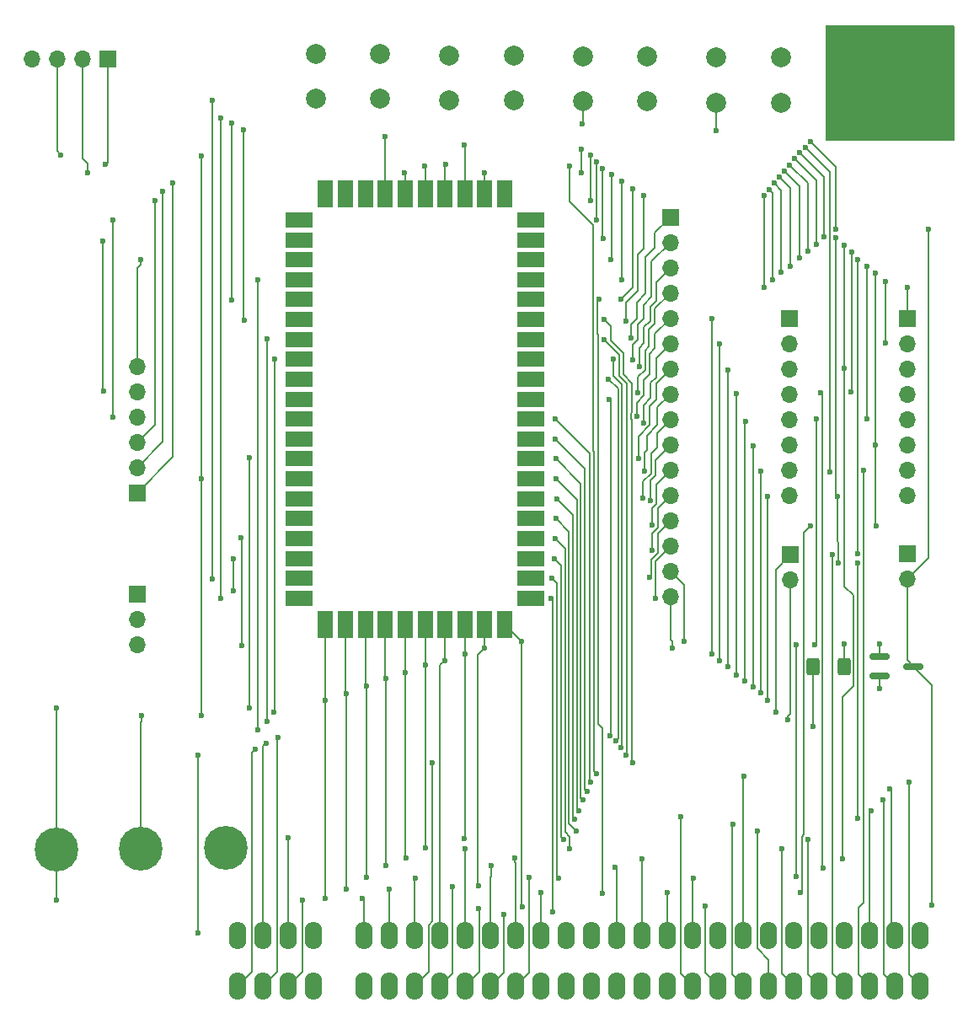
<source format=gtl>
%TF.GenerationSoftware,KiCad,Pcbnew,8.0.6-8.0.6-0~ubuntu22.04.1*%
%TF.CreationDate,2024-11-29T09:40:30+00:00*%
%TF.ProjectId,zx-spectrum-pico-dma,7a782d73-7065-4637-9472-756d2d706963,rev?*%
%TF.SameCoordinates,Original*%
%TF.FileFunction,Copper,L1,Top*%
%TF.FilePolarity,Positive*%
%FSLAX46Y46*%
G04 Gerber Fmt 4.6, Leading zero omitted, Abs format (unit mm)*
G04 Created by KiCad (PCBNEW 8.0.6-8.0.6-0~ubuntu22.04.1) date 2024-11-29 09:40:30*
%MOMM*%
%LPD*%
G01*
G04 APERTURE LIST*
G04 Aperture macros list*
%AMRoundRect*
0 Rectangle with rounded corners*
0 $1 Rounding radius*
0 $2 $3 $4 $5 $6 $7 $8 $9 X,Y pos of 4 corners*
0 Add a 4 corners polygon primitive as box body*
4,1,4,$2,$3,$4,$5,$6,$7,$8,$9,$2,$3,0*
0 Add four circle primitives for the rounded corners*
1,1,$1+$1,$2,$3*
1,1,$1+$1,$4,$5*
1,1,$1+$1,$6,$7*
1,1,$1+$1,$8,$9*
0 Add four rect primitives between the rounded corners*
20,1,$1+$1,$2,$3,$4,$5,0*
20,1,$1+$1,$4,$5,$6,$7,0*
20,1,$1+$1,$6,$7,$8,$9,0*
20,1,$1+$1,$8,$9,$2,$3,0*%
G04 Aperture macros list end*
%TA.AperFunction,ComponentPad*%
%ADD10R,1.700000X1.700000*%
%TD*%
%TA.AperFunction,ComponentPad*%
%ADD11O,1.700000X1.700000*%
%TD*%
%TA.AperFunction,ComponentPad*%
%ADD12C,2.000000*%
%TD*%
%TA.AperFunction,SMDPad,CuDef*%
%ADD13RoundRect,0.250000X-0.400000X-0.625000X0.400000X-0.625000X0.400000X0.625000X-0.400000X0.625000X0*%
%TD*%
%TA.AperFunction,SMDPad,CuDef*%
%ADD14RoundRect,0.162500X-0.837500X-0.162500X0.837500X-0.162500X0.837500X0.162500X-0.837500X0.162500X0*%
%TD*%
%TA.AperFunction,ComponentPad*%
%ADD15C,4.400000*%
%TD*%
%TA.AperFunction,SMDPad,CuDef*%
%ADD16R,1.500000X2.800000*%
%TD*%
%TA.AperFunction,ComponentPad*%
%ADD17C,1.350000*%
%TD*%
%TA.AperFunction,ComponentPad*%
%ADD18O,1.350000X1.350000*%
%TD*%
%TA.AperFunction,SMDPad,CuDef*%
%ADD19R,2.800000X1.500000*%
%TD*%
%TA.AperFunction,ComponentPad*%
%ADD20O,1.727200X2.800000*%
%TD*%
%TA.AperFunction,ViaPad*%
%ADD21C,0.600000*%
%TD*%
%TA.AperFunction,Conductor*%
%ADD22C,0.200000*%
%TD*%
G04 APERTURE END LIST*
D10*
%TO.P,J108,1,Pin_1*%
%TO.N,/GPIO37*%
X67100000Y-100525000D03*
D11*
%TO.P,J108,2,Pin_2*%
%TO.N,/GPIO38*%
X67100000Y-97985000D03*
%TO.P,J108,3,Pin_3*%
%TO.N,/GPIO39*%
X67100000Y-95445000D03*
%TO.P,J108,4,Pin_4*%
%TO.N,/GPIO40*%
X67100000Y-92905000D03*
%TO.P,J108,5,Pin_5*%
%TO.N,/GPIO41*%
X67100000Y-90365000D03*
%TO.P,J108,6,Pin_6*%
%TO.N,/GPIO42*%
X67100000Y-87825000D03*
%TD*%
D10*
%TO.P,J105,1,Pin_1*%
%TO.N,ZXCLK*%
X144550000Y-83020000D03*
D11*
%TO.P,J105,2,Pin_2*%
%TO.N,ZXINT*%
X144550000Y-85560000D03*
%TO.P,J105,3,Pin_3*%
%TO.N,ZXIORQ*%
X144550000Y-88100000D03*
%TO.P,J105,4,Pin_4*%
%TO.N,ZXMREQ*%
X144550000Y-90640000D03*
%TO.P,J105,5,Pin_5*%
%TO.N,ZXWR*%
X144550000Y-93180000D03*
%TO.P,J105,6,Pin_6*%
%TO.N,ZXRD*%
X144550000Y-95720000D03*
%TO.P,J105,7,Pin_7*%
%TO.N,ZXBUSACK*%
X144550000Y-98260000D03*
%TO.P,J105,8,Pin_8*%
%TO.N,ZXBUSRQ*%
X144550000Y-100800000D03*
%TD*%
D12*
%TO.P,SW104,2,B*%
%TO.N,/BTN_USR2*%
X131800000Y-61299998D03*
X125300000Y-61299998D03*
%TO.P,SW104,1,A*%
%TO.N,GND*%
X131800000Y-56799998D03*
X125300000Y-56799998D03*
%TD*%
%TO.P,SW103,2,B*%
%TO.N,/BTN_USR1*%
X118383332Y-61183332D03*
X111883332Y-61183332D03*
%TO.P,SW103,1,A*%
%TO.N,GND*%
X118383332Y-56683332D03*
X111883332Y-56683332D03*
%TD*%
%TO.P,SW102,2,B*%
%TO.N,/BOOTSEL*%
X104966666Y-61066666D03*
X98466666Y-61066666D03*
%TO.P,SW102,1,A*%
%TO.N,GND*%
X104966666Y-56566666D03*
X98466666Y-56566666D03*
%TD*%
%TO.P,SW101,2,B*%
%TO.N,/~{RESET}*%
X91550000Y-60950000D03*
X85050000Y-60950000D03*
%TO.P,SW101,1,A*%
%TO.N,GND*%
X91550000Y-56450000D03*
X85050000Y-56450000D03*
%TD*%
D13*
%TO.P,R101,2*%
%TO.N,Net-(Q101-B)*%
X138150000Y-118000000D03*
%TO.P,R101,1*%
%TO.N,/RESET_Z80*%
X135050000Y-118000000D03*
%TD*%
D14*
%TO.P,Q101,3,C*%
%TO.N,ZXRESET*%
X145120000Y-117950000D03*
%TO.P,Q101,2,E*%
%TO.N,GND*%
X141700000Y-118900000D03*
%TO.P,Q101,1,B*%
%TO.N,Net-(Q101-B)*%
X141700000Y-117000000D03*
%TD*%
D11*
%TO.P,J107,4,Pin_4*%
%TO.N,GND*%
X56520000Y-56950000D03*
%TO.P,J107,3,Pin_3*%
%TO.N,+3V3*%
X59060000Y-56950000D03*
%TO.P,J107,2,Pin_2*%
%TO.N,/I2C1_SCL*%
X61600000Y-56950000D03*
D10*
%TO.P,J107,1,Pin_1*%
%TO.N,/I2C1_SDA*%
X64140000Y-56950000D03*
%TD*%
D11*
%TO.P,J106,2,Pin_2*%
%TO.N,ZXRESET*%
X144500000Y-109200000D03*
D10*
%TO.P,J106,1,Pin_1*%
%TO.N,ZXROMCS*%
X144500000Y-106660000D03*
%TD*%
%TO.P,J104,1,Pin_1*%
%TO.N,ZXA15*%
X120700000Y-72850000D03*
D11*
%TO.P,J104,2,Pin_2*%
%TO.N,ZXA14*%
X120700000Y-75390000D03*
%TO.P,J104,3,Pin_3*%
%TO.N,ZXA13*%
X120700000Y-77930000D03*
%TO.P,J104,4,Pin_4*%
%TO.N,ZXA12*%
X120700000Y-80470000D03*
%TO.P,J104,5,Pin_5*%
%TO.N,ZXA11*%
X120700000Y-83010000D03*
%TO.P,J104,6,Pin_6*%
%TO.N,ZXA10*%
X120700000Y-85550000D03*
%TO.P,J104,7,Pin_7*%
%TO.N,ZXA9*%
X120700000Y-88090000D03*
%TO.P,J104,8,Pin_8*%
%TO.N,ZXA8*%
X120700000Y-90630000D03*
%TO.P,J104,9,Pin_9*%
%TO.N,ZXA7*%
X120700000Y-93170000D03*
%TO.P,J104,10,Pin_10*%
%TO.N,ZXA6*%
X120700000Y-95710000D03*
%TO.P,J104,11,Pin_11*%
%TO.N,ZXA5*%
X120700000Y-98250000D03*
%TO.P,J104,12,Pin_12*%
%TO.N,ZXA4*%
X120700000Y-100790000D03*
%TO.P,J104,13,Pin_13*%
%TO.N,ZXA3*%
X120700000Y-103330000D03*
%TO.P,J104,14,Pin_14*%
%TO.N,ZXA2*%
X120700000Y-105870000D03*
%TO.P,J104,15,Pin_15*%
%TO.N,ZXA1*%
X120700000Y-108410000D03*
%TO.P,J104,16,Pin_16*%
%TO.N,ZXA0*%
X120700000Y-110950000D03*
%TD*%
D10*
%TO.P,J103,1,Pin_1*%
%TO.N,ZXD7*%
X132700000Y-83030000D03*
D11*
%TO.P,J103,2,Pin_2*%
%TO.N,ZXD6*%
X132700000Y-85570000D03*
%TO.P,J103,3,Pin_3*%
%TO.N,ZXD5*%
X132700000Y-88110000D03*
%TO.P,J103,4,Pin_4*%
%TO.N,ZXD4*%
X132700000Y-90650000D03*
%TO.P,J103,5,Pin_5*%
%TO.N,ZXD3*%
X132700000Y-93190000D03*
%TO.P,J103,6,Pin_6*%
%TO.N,ZXD2*%
X132700000Y-95730000D03*
%TO.P,J103,7,Pin_7*%
%TO.N,ZXD1*%
X132700000Y-98270000D03*
%TO.P,J103,8,Pin_8*%
%TO.N,ZXD0*%
X132700000Y-100810000D03*
%TD*%
%TO.P,J102,2,Pin_2*%
%TO.N,/BLIPPER1*%
X132750000Y-109300000D03*
D10*
%TO.P,J102,1,Pin_1*%
%TO.N,/BLIPPER2*%
X132750000Y-106760000D03*
%TD*%
D11*
%TO.P,J101,3,Pin_3*%
%TO.N,/SWDIO*%
X67100000Y-115800000D03*
%TO.P,J101,2,Pin_2*%
%TO.N,GND*%
X67100000Y-113260000D03*
D10*
%TO.P,J101,1,Pin_1*%
%TO.N,/SWCLK*%
X67100000Y-110720000D03*
%TD*%
D15*
%TO.P,H103,1,1*%
%TO.N,GND*%
X76025000Y-136150000D03*
%TD*%
%TO.P,H102,1,1*%
%TO.N,+3V3*%
X67500000Y-136250000D03*
%TD*%
%TO.P,H101,1,1*%
%TO.N,+5V*%
X58975000Y-136350000D03*
%TD*%
D16*
%TO.P,U101,1,GPIO0*%
%TO.N,ZXD0*%
X86050000Y-113750000D03*
D17*
X86050000Y-113100000D03*
D16*
%TO.P,U101,2,GPIO1*%
%TO.N,ZXD1*%
X88050000Y-113750000D03*
D18*
X88050000Y-113100000D03*
D16*
%TO.P,U101,3,GPIO2*%
%TO.N,ZXD2*%
X90050000Y-113750000D03*
D18*
X90050000Y-113100000D03*
D16*
%TO.P,U101,4,GPIO3*%
%TO.N,ZXD3*%
X92050000Y-113750000D03*
D18*
X92050000Y-113100000D03*
D16*
%TO.P,U101,5,GPIO4*%
%TO.N,ZXD4*%
X94050000Y-113750000D03*
D18*
X94050000Y-113100000D03*
D16*
%TO.P,U101,6,GPIO5*%
%TO.N,ZXD5*%
X96050000Y-113750000D03*
D18*
X96050000Y-113100000D03*
D16*
%TO.P,U101,7,GPIO6*%
%TO.N,ZXD6*%
X98050000Y-113750000D03*
D18*
X98050000Y-113100000D03*
D16*
%TO.P,U101,8,GPIO7*%
%TO.N,ZXD7*%
X100050000Y-113750000D03*
D18*
X100050000Y-113100000D03*
D16*
%TO.P,U101,9,GPIO8*%
%TO.N,ZXA0*%
X102050000Y-113750000D03*
D18*
X102050000Y-113100000D03*
D16*
%TO.P,U101,10,GPIO9*%
%TO.N,ZXA1*%
X104050000Y-113750000D03*
D18*
X104050000Y-113100000D03*
%TO.P,U101,11,GPIO10*%
%TO.N,ZXA2*%
X106050000Y-111100000D03*
D19*
X106700000Y-111100000D03*
D18*
%TO.P,U101,12,GPIO11*%
%TO.N,ZXA3*%
X106050000Y-109100000D03*
D19*
X106700000Y-109100000D03*
D18*
%TO.P,U101,13,GPIO12*%
%TO.N,ZXA4*%
X106050000Y-107100000D03*
D19*
X106700000Y-107100000D03*
D18*
%TO.P,U101,14,GPIO13*%
%TO.N,ZXA5*%
X106050000Y-105100000D03*
D19*
X106700000Y-105100000D03*
D18*
%TO.P,U101,15,GPIO14*%
%TO.N,ZXA6*%
X106050000Y-103100000D03*
D19*
X106700000Y-103100000D03*
D18*
%TO.P,U101,16,GPIO15*%
%TO.N,ZXA7*%
X106050000Y-101100000D03*
D19*
X106700000Y-101100000D03*
D18*
%TO.P,U101,17,GPIO16*%
%TO.N,ZXA8*%
X106050000Y-99100000D03*
D19*
X106700000Y-99100000D03*
D18*
%TO.P,U101,18,GPIO17*%
%TO.N,ZXA9*%
X106050000Y-97100000D03*
D19*
X106700000Y-97100000D03*
D18*
%TO.P,U101,19,GPIO18*%
%TO.N,ZXA10*%
X106050000Y-95100000D03*
D19*
X106700000Y-95100000D03*
D18*
%TO.P,U101,20,GPIO19*%
%TO.N,ZXA11*%
X106050000Y-93100000D03*
D19*
X106700000Y-93100000D03*
D18*
%TO.P,U101,21,GPIO20*%
%TO.N,ZXA12*%
X106050000Y-91100000D03*
D19*
X106700000Y-91100000D03*
D18*
%TO.P,U101,22,GPIO21*%
%TO.N,ZXA13*%
X106050000Y-89100000D03*
D19*
X106700000Y-89100000D03*
D18*
%TO.P,U101,23,GPIO22*%
%TO.N,ZXA14*%
X106050000Y-87100000D03*
D19*
X106700000Y-87100000D03*
D18*
%TO.P,U101,24,GPIO23*%
%TO.N,ZXA15*%
X106050000Y-85100000D03*
D19*
X106700000Y-85100000D03*
D18*
%TO.P,U101,25,GPIO24*%
%TO.N,ZXCLK*%
X106050000Y-83100000D03*
D19*
X106700000Y-83100000D03*
D18*
%TO.P,U101,26,GPIO25*%
%TO.N,ZXINT*%
X106050000Y-81100000D03*
D19*
X106700000Y-81100000D03*
D18*
%TO.P,U101,27,GPIO26*%
%TO.N,ZXRD*%
X106050000Y-79100000D03*
D19*
X106700000Y-79100000D03*
D18*
%TO.P,U101,28,GPIO27*%
%TO.N,ZXWR*%
X106050000Y-77100000D03*
D19*
X106700000Y-77100000D03*
D18*
%TO.P,U101,29,GPIO28*%
%TO.N,ZXROMCS*%
X106050000Y-75100000D03*
D19*
X106700000Y-75100000D03*
D18*
%TO.P,U101,30,GPIO29*%
%TO.N,ZXMREQ*%
X106050000Y-73100000D03*
D19*
X106700000Y-73100000D03*
%TO.P,U101,31,GND*%
%TO.N,GND*%
X83400000Y-93100000D03*
D18*
X84050000Y-93100000D03*
D19*
%TO.P,U101,32,VBAT*%
%TO.N,unconnected-(U101A-VBAT-Pad32)*%
X83400000Y-95100000D03*
D18*
%TO.N,unconnected-(U101A-VBAT-Pad32)_1*%
X84050000Y-95100000D03*
D19*
%TO.P,U101,33,5V*%
%TO.N,+5V*%
X83400000Y-97100000D03*
D18*
X84050000Y-97100000D03*
D19*
%TO.P,U101,34,3.3V*%
%TO.N,+3V3*%
X83400000Y-99100000D03*
D18*
X84050000Y-99100000D03*
D19*
%TO.P,U101,35,USB_D-*%
%TO.N,unconnected-(U101A-USB_D--Pad35)_1*%
X83400000Y-101100000D03*
D18*
%TO.N,unconnected-(U101A-USB_D--Pad35)*%
X84050000Y-101100000D03*
D19*
%TO.P,U101,36,USB_D+*%
%TO.N,unconnected-(U101A-USB_D+-Pad36)_1*%
X83400000Y-103100000D03*
D18*
%TO.N,unconnected-(U101A-USB_D+-Pad36)*%
X84050000Y-103100000D03*
D19*
%TO.P,U101,37,SWDIO*%
%TO.N,/SWDIO*%
X83400000Y-105100000D03*
D18*
X84050000Y-105100000D03*
D19*
%TO.P,U101,38,SWCLK*%
%TO.N,/SWCLK*%
X83400000Y-107100000D03*
D18*
X84050000Y-107100000D03*
D19*
%TO.P,U101,39,~{RESET}*%
%TO.N,/~{RESET}*%
X83400000Y-109100000D03*
D18*
X84050000Y-109100000D03*
D19*
%TO.P,U101,40,BOOTSEL*%
%TO.N,/BOOTSEL*%
X83400000Y-111100000D03*
D18*
X84050000Y-111100000D03*
%TO.P,U101,41,GPIO30*%
%TO.N,ZXIORQ*%
X104050000Y-71100000D03*
D16*
X104050000Y-70450000D03*
D18*
%TO.P,U101,42,GPIO31*%
%TO.N,ZXBUSRQ*%
X102050000Y-71100000D03*
D16*
X102050000Y-70450000D03*
D18*
%TO.P,U101,43,GPIO32*%
%TO.N,ZXBUSACK*%
X100050000Y-71100000D03*
D16*
X100050000Y-70450000D03*
D18*
%TO.P,U101,44,GPIO33*%
%TO.N,ZXWAIT*%
X98050000Y-71100000D03*
D16*
X98050000Y-70450000D03*
D18*
%TO.P,U101,45,GPIO34*%
%TO.N,/I2C1_SDA*%
X96050000Y-71100000D03*
D16*
X96050000Y-70450000D03*
D18*
%TO.P,U101,46,GPIO35*%
%TO.N,/I2C1_SCL*%
X94050000Y-71100000D03*
D16*
X94050000Y-70450000D03*
D18*
%TO.P,U101,47,GPIO36*%
%TO.N,ZXRESET*%
X92050000Y-71100000D03*
D16*
X92050000Y-70450000D03*
D18*
%TO.P,U101,48,GPIO37*%
%TO.N,/GPIO37*%
X90050000Y-71100000D03*
D16*
X90050000Y-70450000D03*
D18*
%TO.P,U101,49,GPIO38*%
%TO.N,/GPIO38*%
X88050000Y-71100000D03*
D16*
X88050000Y-70450000D03*
D18*
%TO.P,U101,50,GPIO39*%
%TO.N,/GPIO39*%
X86050000Y-71100000D03*
D16*
X86050000Y-70450000D03*
D19*
%TO.P,U101,51,GPIO40*%
%TO.N,/GPIO40*%
X83400000Y-73100000D03*
D18*
X84050000Y-73100000D03*
D19*
%TO.P,U101,52,GPIO41*%
%TO.N,/GPIO41*%
X83400000Y-75100000D03*
D18*
X84050000Y-75100000D03*
D19*
%TO.P,U101,53,GPIO42*%
%TO.N,/GPIO42*%
X83400000Y-77100000D03*
D18*
X84050000Y-77100000D03*
D19*
%TO.P,U101,54,GPIO43*%
%TO.N,/RESET_Z80*%
X83400000Y-79100000D03*
D18*
X84050000Y-79100000D03*
D19*
%TO.P,U101,55,GPIO44*%
%TO.N,/BTN_USR1*%
X83400000Y-81100000D03*
D18*
X84050000Y-81100000D03*
D19*
%TO.P,U101,56,GPIO45*%
%TO.N,/BTN_USR2*%
X83400000Y-83100000D03*
D18*
X84050000Y-83100000D03*
D19*
%TO.P,U101,57,GPIO46*%
%TO.N,/BLIPPER1*%
X83400000Y-85100000D03*
D18*
X84050000Y-85100000D03*
D19*
%TO.P,U101,58,GPIO47*%
%TO.N,/BLIPPER2*%
X83400000Y-87100000D03*
D18*
X84050000Y-87100000D03*
D19*
%TO.P,U101,59,BAT_STAT*%
%TO.N,unconnected-(U101A-BAT_STAT-Pad59)_1*%
X83400000Y-89100000D03*
D18*
%TO.N,unconnected-(U101A-BAT_STAT-Pad59)*%
X84050000Y-89100000D03*
D19*
%TO.P,U101,60,LDO_EN*%
%TO.N,unconnected-(U101A-LDO_EN-Pad60)*%
X83400000Y-91100000D03*
D18*
%TO.N,unconnected-(U101A-LDO_EN-Pad60)_1*%
X84050000Y-91100000D03*
%TD*%
D20*
%TO.P,Z101,A1,A15*%
%TO.N,ZXA15*%
X77242000Y-144948000D03*
%TO.P,Z101,A2,A13*%
%TO.N,ZXA13*%
X79782000Y-144948000D03*
%TO.P,Z101,A3,D7*%
%TO.N,ZXD7*%
X82322000Y-144948000D03*
%TO.P,Z101,A4,NC*%
%TO.N,unconnected-(Z101-NC-PadA4)*%
X84862000Y-144948000D03*
%TO.P,Z101,A6,D0*%
%TO.N,ZXD0*%
X89942000Y-144948000D03*
%TO.P,Z101,A7,D1*%
%TO.N,ZXD1*%
X92482000Y-144948000D03*
%TO.P,Z101,A8,D2*%
%TO.N,ZXD2*%
X95022000Y-144948000D03*
%TO.P,Z101,A9,D6*%
%TO.N,ZXD6*%
X97562000Y-144948000D03*
%TO.P,Z101,A10,D5*%
%TO.N,ZXD5*%
X100102000Y-144948000D03*
%TO.P,Z101,A11,D3*%
%TO.N,ZXD3*%
X102642000Y-144948000D03*
%TO.P,Z101,A12,D4*%
%TO.N,ZXD4*%
X105182000Y-144948000D03*
%TO.P,Z101,A13,~{INT}*%
%TO.N,ZXINT*%
X107722000Y-144948000D03*
%TO.P,Z101,A14,~{NMI}*%
%TO.N,unconnected-(Z101-~{NMI}-PadA14)*%
X110262000Y-144948000D03*
%TO.P,Z101,A15,~{HALT}*%
%TO.N,unconnected-(Z101-~{HALT}-PadA15)*%
X112802000Y-144948000D03*
%TO.P,Z101,A16,~{MREQ}*%
%TO.N,ZXMREQ*%
X115342000Y-144948000D03*
%TO.P,Z101,A17,~{IORQ}*%
%TO.N,ZXIORQ*%
X117882000Y-144948000D03*
%TO.P,Z101,A18,~{RD}*%
%TO.N,ZXRD*%
X120422000Y-144948000D03*
%TO.P,Z101,A19,~{WR}*%
%TO.N,ZXWR*%
X122962000Y-144948000D03*
%TO.P,Z101,A20,-5V*%
%TO.N,unconnected-(Z101--5V-PadA20)*%
X125502000Y-144948000D03*
%TO.P,Z101,A21,~{WAIT}*%
%TO.N,ZXWAIT*%
X128042000Y-144948000D03*
%TO.P,Z101,A22,+12V*%
%TO.N,unconnected-(Z101-+12V-PadA22)*%
X130582000Y-144948000D03*
%TO.P,Z101,A23,+12VAC*%
%TO.N,unconnected-(Z101-+12VAC-PadA23)*%
X133122000Y-144948000D03*
%TO.P,Z101,A24,~{M1}*%
%TO.N,unconnected-(Z101-~{M1}-PadA24)*%
X135662000Y-144948000D03*
%TO.P,Z101,A25,~{RFSH}*%
%TO.N,unconnected-(Z101-~{RFSH}-PadA25)*%
X138202000Y-144948000D03*
%TO.P,Z101,A26,A8*%
%TO.N,ZXA8*%
X140742000Y-144948000D03*
%TO.P,Z101,A27,A10*%
%TO.N,ZXA10*%
X143282000Y-144948000D03*
%TO.P,Z101,A28,NC*%
%TO.N,unconnected-(Z101-NC-PadA28)*%
X145822000Y-144948000D03*
%TO.P,Z101,B1,A14*%
%TO.N,ZXA14*%
X77242000Y-150028000D03*
%TO.P,Z101,B2,A12*%
%TO.N,ZXA12*%
X79782000Y-150028000D03*
%TO.P,Z101,B3,+5v*%
%TO.N,+5V*%
X82322000Y-150028000D03*
%TO.P,Z101,B4,+9V*%
%TO.N,unconnected-(Z101-+9V-PadB4)*%
X84862000Y-150028000D03*
%TO.P,Z101,B6,GND*%
%TO.N,GND*%
X89942000Y-150028000D03*
%TO.P,Z101,B7,GND*%
X92482000Y-150028000D03*
%TO.P,Z101,B8,CLK*%
%TO.N,ZXCLK*%
X95022000Y-150028000D03*
%TO.P,Z101,B9,A0*%
%TO.N,ZXA0*%
X97562000Y-150028000D03*
%TO.P,Z101,B10,A1*%
%TO.N,ZXA1*%
X100102000Y-150028000D03*
%TO.P,Z101,B11,A2*%
%TO.N,ZXA2*%
X102642000Y-150028000D03*
%TO.P,Z101,B12,A3*%
%TO.N,ZXA3*%
X105182000Y-150028000D03*
%TO.P,Z101,B13,~{IORQGE}*%
%TO.N,unconnected-(Z101-~{IORQGE}-PadB13)*%
X107722000Y-150028000D03*
%TO.P,Z101,B14,GND*%
%TO.N,GND*%
X110262000Y-150028000D03*
%TO.P,Z101,B15,VIDEO*%
%TO.N,unconnected-(Z101-VIDEO-PadB15)*%
X112802000Y-150028000D03*
%TO.P,Z101,B16,Y*%
%TO.N,unconnected-(Z101-Y-PadB16)*%
X115342000Y-150028000D03*
%TO.P,Z101,B17,V*%
%TO.N,unconnected-(Z101-V-PadB17)*%
X117882000Y-150028000D03*
%TO.P,Z101,B18,U*%
%TO.N,unconnected-(Z101-U-PadB18)*%
X120422000Y-150028000D03*
%TO.P,Z101,B19,~{BUSRQ}*%
%TO.N,ZXBUSRQ*%
X122962000Y-150028000D03*
%TO.P,Z101,B20,~{RESET}*%
%TO.N,ZXRESET*%
X125502000Y-150028000D03*
%TO.P,Z101,B21,A7*%
%TO.N,ZXA7*%
X128042000Y-150028000D03*
%TO.P,Z101,B22,A6*%
%TO.N,ZXA6*%
X130582000Y-150028000D03*
%TO.P,Z101,B23,A5*%
%TO.N,ZXA5*%
X133122000Y-150028000D03*
%TO.P,Z101,B24,A4*%
%TO.N,ZXA4*%
X135662000Y-150028000D03*
%TO.P,Z101,B25,~{ROMCS}*%
%TO.N,ZXROMCS*%
X138202000Y-150028000D03*
%TO.P,Z101,B26,~{BUSACK}*%
%TO.N,ZXBUSACK*%
X140742000Y-150028000D03*
%TO.P,Z101,B27,A9*%
%TO.N,ZXA9*%
X143282000Y-150028000D03*
%TO.P,Z101,B28,A11*%
%TO.N,ZXA11*%
X145822000Y-150028000D03*
%TD*%
D21*
%TO.N,+5V*%
X83698400Y-141400000D03*
%TO.N,ZXRESET*%
X124200000Y-142050000D03*
%TO.N,ZXA3*%
X106500000Y-139150000D03*
X109485600Y-139200000D03*
%TO.N,ZXA2*%
X103950000Y-142900000D03*
X108900000Y-142600000D03*
%TO.N,ZXA1*%
X101450000Y-142300000D03*
X105850000Y-142150000D03*
%TO.N,ZXA0*%
X98800000Y-140050000D03*
%TO.N,/GPIO40*%
X64650000Y-92950000D03*
X64650000Y-73100000D03*
%TO.N,/GPIO41*%
X63700000Y-90300000D03*
X63650000Y-75200000D03*
%TO.N,/GPIO42*%
X67450000Y-77100000D03*
%TO.N,/SWCLK*%
X76750000Y-107150000D03*
X76800000Y-110350000D03*
%TO.N,/SWDIO*%
X77550000Y-105000000D03*
X77600000Y-115850000D03*
%TO.N,+5V*%
X78400000Y-97000000D03*
X59000000Y-122150000D03*
X78400000Y-122100000D03*
X58975000Y-141400000D03*
%TO.N,+3V3*%
X67550000Y-122900000D03*
X73600000Y-122900000D03*
X59450000Y-66550000D03*
X73600000Y-99100000D03*
X73600000Y-66700000D03*
%TO.N,/~{RESET}*%
X74700000Y-109200000D03*
X74650000Y-61050000D03*
%TO.N,/BOOTSEL*%
X75500000Y-111100000D03*
X75550000Y-62850000D03*
%TO.N,/BTN_USR1*%
X76650000Y-63400000D03*
X111850000Y-63450000D03*
X76650000Y-81150000D03*
%TO.N,/BTN_USR2*%
X77850000Y-83150000D03*
X125300000Y-64150000D03*
X77800000Y-64050000D03*
%TO.N,/I2C1_SDA*%
X63950000Y-67550000D03*
X96000000Y-67650000D03*
%TO.N,/I2C1_SCL*%
X62150000Y-68350000D03*
X94000000Y-68350000D03*
%TO.N,/GPIO37*%
X70700000Y-69400000D03*
%TO.N,/GPIO38*%
X69700000Y-70250000D03*
%TO.N,/GPIO39*%
X68900000Y-71200000D03*
%TO.N,ZXRD*%
X120422000Y-140650000D03*
X133800000Y-140650000D03*
X134800000Y-103850000D03*
X141350000Y-103800000D03*
%TO.N,ZXBUSACK*%
X140150000Y-98260000D03*
%TO.N,ZXWR*%
X123000000Y-139200000D03*
X133350000Y-115750000D03*
X135200000Y-115800000D03*
X135400000Y-93100000D03*
X133300000Y-139050000D03*
%TO.N,ZXMREQ*%
X136050000Y-138200000D03*
X135800000Y-90450000D03*
X115100000Y-138100000D03*
%TO.N,ZXIORQ*%
X138000000Y-137300000D03*
X117850000Y-137250000D03*
%TO.N,ZXBUSRQ*%
X137600000Y-107600000D03*
X139550000Y-107550000D03*
%TO.N,ZXINT*%
X107700000Y-140650000D03*
X113900000Y-140750000D03*
X113550000Y-81100000D03*
%TO.N,ZXCLK*%
X116900000Y-127600000D03*
X96800000Y-127650000D03*
X114000000Y-83100000D03*
%TO.N,ZXA15*%
X116250000Y-126900000D03*
X73250000Y-126850000D03*
X73250000Y-144700000D03*
X114000000Y-85100000D03*
%TO.N,ZXA14*%
X78950000Y-126300000D03*
X115700000Y-126100000D03*
X114950000Y-87100000D03*
%TO.N,ZXA13*%
X80100000Y-125650000D03*
X115250000Y-125400000D03*
X114485852Y-89111590D03*
%TO.N,ZXA12*%
X81250000Y-125100000D03*
X114625499Y-124900000D03*
X114550000Y-91100000D03*
%TO.N,ZXWAIT*%
X98150000Y-67550000D03*
X128100000Y-128950000D03*
X110600000Y-67650000D03*
X113250000Y-128750000D03*
%TO.N,ZXBUSRQ*%
X139550000Y-133200000D03*
X121750000Y-133050000D03*
%TO.N,ZXRESET*%
X146985600Y-141950000D03*
%TO.N,ZXROMCS*%
X137000000Y-106700000D03*
%TO.N,ZXA11*%
X144650000Y-129600000D03*
X112700000Y-129600000D03*
X109150000Y-93100000D03*
%TO.N,ZXA10*%
X142750000Y-130250000D03*
X112300000Y-130549997D03*
X109150000Y-95100000D03*
%TO.N,ZXA9*%
X142050000Y-131350000D03*
X111900000Y-131350000D03*
X109200000Y-97100000D03*
%TO.N,ZXA8*%
X140900000Y-132450000D03*
X111500000Y-132450000D03*
X109200000Y-99100000D03*
%TO.N,ZXA7*%
X126950000Y-133800000D03*
X111100000Y-133325735D03*
X109250000Y-101100000D03*
%TO.N,ZXA6*%
X129400000Y-134450000D03*
X111200000Y-134450000D03*
X109200000Y-103100000D03*
%TO.N,ZXA5*%
X131900000Y-136250000D03*
X110600000Y-136250000D03*
X109100000Y-105100000D03*
%TO.N,ZXA4*%
X134500000Y-135300000D03*
X109950000Y-135300000D03*
X109000000Y-107100000D03*
%TO.N,ZXA3*%
X108800000Y-109100000D03*
%TO.N,ZXA2*%
X108700000Y-111100000D03*
%TO.N,ZXA0*%
X101450000Y-140000000D03*
%TO.N,ZXD7*%
X82300000Y-135150000D03*
X100000000Y-135250000D03*
%TO.N,ZXD5*%
X100100000Y-136250000D03*
X96050000Y-136200000D03*
%TO.N,ZXD4*%
X105100000Y-137200000D03*
X94100000Y-137200000D03*
%TO.N,ZXD3*%
X102700000Y-138000000D03*
X92100000Y-138000000D03*
%TO.N,ZXD2*%
X95050000Y-139200000D03*
X90150000Y-139150000D03*
%TO.N,ZXD1*%
X92450000Y-140350000D03*
X88150000Y-140350000D03*
%TO.N,ZXD0*%
X89700000Y-141250000D03*
X86050000Y-141250000D03*
%TO.N,GND*%
X141700000Y-120150000D03*
%TO.N,/RESET_Z80*%
X135000000Y-123950000D03*
X79200000Y-79150000D03*
X79200000Y-124300000D03*
%TO.N,Net-(Q101-B)*%
X138150000Y-115700000D03*
X141750000Y-115700000D03*
%TO.N,ZXRESET*%
X137350000Y-74000000D03*
X134800000Y-65200000D03*
X146650000Y-74050000D03*
X92000000Y-64750000D03*
%TO.N,ZXBUSACK*%
X100000000Y-65600000D03*
X134257186Y-65793033D03*
X136700000Y-98400000D03*
%TO.N,ZXBUSRQ*%
X133682834Y-66349920D03*
X136150000Y-74800000D03*
%TO.N,ZXIORQ*%
X133172742Y-66966208D03*
X135350000Y-75600000D03*
%TO.N,ZXMREQ*%
X132648295Y-67570327D03*
X134500000Y-76250000D03*
%TO.N,ZXROMCS*%
X132165026Y-68207865D03*
X133650000Y-76950000D03*
%TO.N,ZXWR*%
X131661763Y-68829741D03*
X132750000Y-77750000D03*
%TO.N,ZXRD*%
X131117154Y-69415748D03*
X131850000Y-78350000D03*
%TO.N,ZXINT*%
X130591154Y-70018516D03*
X130950000Y-79100000D03*
%TO.N,ZXCLK*%
X130100000Y-70650000D03*
X130150000Y-79900000D03*
%TO.N,ZXBUSRQ*%
X102050000Y-68400000D03*
X137450000Y-100850000D03*
X137350000Y-74900000D03*
X111750000Y-68400000D03*
X111750000Y-66000000D03*
%TO.N,ZXIORQ*%
X138200000Y-75650000D03*
X112700000Y-71150000D03*
X138200000Y-88000000D03*
X112650000Y-66600000D03*
%TO.N,ZXMREQ*%
X138950000Y-76300000D03*
X113300000Y-73100000D03*
X138850000Y-90400000D03*
X113300000Y-67300000D03*
%TO.N,ZXROMCS*%
X139550000Y-77050000D03*
X139550000Y-106650000D03*
X113950000Y-75000000D03*
X113900000Y-67950000D03*
%TO.N,ZXWR*%
X114800000Y-68550000D03*
X140450000Y-93050000D03*
X140450000Y-77800000D03*
X114750000Y-77050000D03*
%TO.N,ZXRD*%
X141300000Y-95700000D03*
X141300000Y-78450000D03*
X115850000Y-69250000D03*
X115850000Y-79100000D03*
%TO.N,ZXINT*%
X142300000Y-79300000D03*
X115700000Y-81100000D03*
X142350000Y-85450000D03*
X116950000Y-70000000D03*
%TO.N,ZXCLK*%
X144550000Y-79900000D03*
X118000000Y-70650000D03*
X116250000Y-83250000D03*
%TO.N,ZXA15*%
X116767231Y-84934239D03*
%TO.N,ZXA13*%
X117550000Y-87875735D03*
%TO.N,ZXA12*%
X117450000Y-90425735D03*
%TO.N,ZXA11*%
X117300000Y-92800000D03*
%TO.N,ZXA10*%
X117975735Y-93475735D03*
%TO.N,ZXA9*%
X117475735Y-97100000D03*
%TO.N,ZXA8*%
X118075735Y-98375735D03*
%TO.N,ZXA7*%
X117948732Y-101062937D03*
%TO.N,ZXA6*%
X118700000Y-101337892D03*
%TO.N,ZXA5*%
X118850000Y-103732892D03*
%TO.N,ZXA4*%
X118850000Y-106302892D03*
%TO.N,ZXA3*%
X118600000Y-109000000D03*
%TO.N,ZXA2*%
X119200000Y-111100000D03*
%TO.N,ZXA1*%
X122050000Y-115400000D03*
X105750000Y-115400000D03*
%TO.N,ZXA0*%
X120850000Y-116100000D03*
X102050000Y-116100000D03*
%TO.N,/BLIPPER1*%
X80200000Y-123450000D03*
X80200000Y-85050000D03*
X132500000Y-123300000D03*
%TO.N,/BLIPPER2*%
X80950000Y-87050000D03*
X80850000Y-122550000D03*
X131300000Y-122550000D03*
%TO.N,ZXD0*%
X130500000Y-100900000D03*
X86050000Y-121400000D03*
X130500000Y-121350000D03*
%TO.N,ZXD1*%
X129750000Y-120600000D03*
X88100000Y-120700000D03*
X129750000Y-98350000D03*
%TO.N,ZXD2*%
X129050000Y-95800000D03*
X129000000Y-120000000D03*
X90150000Y-119950000D03*
%TO.N,ZXD3*%
X92100000Y-119200000D03*
X128200000Y-119400000D03*
X128250000Y-93300000D03*
%TO.N,ZXD4*%
X127350000Y-90550000D03*
X94050000Y-118550000D03*
X127350000Y-118800000D03*
%TO.N,ZXD5*%
X126450000Y-88150000D03*
X96050000Y-117800000D03*
X126450000Y-118000000D03*
%TO.N,ZXD6*%
X125600000Y-85550000D03*
X98050000Y-117350000D03*
X125600000Y-117350000D03*
%TO.N,ZXD7*%
X124900000Y-83000000D03*
X124900000Y-116700000D03*
X100050000Y-116700000D03*
%TO.N,GND*%
X138250000Y-62900000D03*
X138250000Y-55050000D03*
X147900000Y-54850000D03*
X147650000Y-62850000D03*
%TO.N,ZXA14*%
X116950000Y-87150000D03*
%TD*%
D22*
%TO.N,+3V3*%
X67550000Y-122900000D02*
X67550000Y-123500000D01*
X67550000Y-123500000D02*
X67500000Y-123550000D01*
X67500000Y-123550000D02*
X67500000Y-136250000D01*
%TO.N,+5V*%
X83698400Y-141400000D02*
X83698400Y-148651600D01*
X83698400Y-148651600D02*
X82322000Y-150028000D01*
X58975000Y-141400000D02*
X58975000Y-136350000D01*
%TO.N,ZXRESET*%
X124200000Y-145450000D02*
X124200000Y-142050000D01*
X125502000Y-150028000D02*
X124200000Y-148726000D01*
X124200000Y-148726000D02*
X124200000Y-145450000D01*
X146985600Y-141950000D02*
X146985600Y-119815600D01*
X146985600Y-119815600D02*
X145120000Y-117950000D01*
%TO.N,ZXBUSRQ*%
X121750000Y-133050000D02*
X121750000Y-148816000D01*
X121750000Y-148816000D02*
X122962000Y-150028000D01*
%TO.N,ZXA3*%
X106500000Y-145100000D02*
X106500000Y-139150000D01*
X105182000Y-150028000D02*
X106500000Y-148710000D01*
X106500000Y-148710000D02*
X106500000Y-145100000D01*
X109350000Y-139200000D02*
X109285600Y-139135600D01*
X109285600Y-139135600D02*
X109285600Y-111362929D01*
X109285600Y-111362929D02*
X109300000Y-111348529D01*
X109300000Y-111348529D02*
X109300000Y-109600000D01*
X109300000Y-109600000D02*
X108800000Y-109100000D01*
%TO.N,ZXA2*%
X103950000Y-145300000D02*
X103950000Y-142900000D01*
X102642000Y-150028000D02*
X103950000Y-148720000D01*
X103950000Y-148720000D02*
X103950000Y-145300000D01*
X108900000Y-142600000D02*
X108885600Y-142585600D01*
X108885600Y-142585600D02*
X108885600Y-111285600D01*
X108885600Y-111285600D02*
X108700000Y-111100000D01*
%TO.N,ZXA1*%
X101478400Y-142328400D02*
X101450000Y-142300000D01*
X101478400Y-145721600D02*
X101478400Y-142328400D01*
X100102000Y-150028000D02*
X101478400Y-148651600D01*
X101478400Y-148651600D02*
X101478400Y-145721600D01*
%TO.N,ZXA0*%
X98800000Y-140050000D02*
X98800000Y-148790000D01*
X98800000Y-148790000D02*
X97562000Y-150028000D01*
X102050000Y-116100000D02*
X101350000Y-116800000D01*
X101350000Y-116800000D02*
X101350000Y-139900000D01*
X101350000Y-139900000D02*
X101450000Y-140000000D01*
%TO.N,ZXRD*%
X120422000Y-140650000D02*
X120422000Y-144948000D01*
X134100000Y-104550000D02*
X134800000Y-103850000D01*
X133800000Y-140650000D02*
X133900000Y-140550000D01*
X133900000Y-140550000D02*
X133900000Y-135051471D01*
X134100000Y-134851471D02*
X134100000Y-104550000D01*
X133900000Y-135051471D02*
X134100000Y-134851471D01*
%TO.N,/GPIO40*%
X64650000Y-73100000D02*
X64650000Y-92950000D01*
%TO.N,/GPIO41*%
X63650000Y-75200000D02*
X63650000Y-90250000D01*
X63650000Y-90250000D02*
X63700000Y-90300000D01*
%TO.N,/GPIO42*%
X67450000Y-77100000D02*
X67450000Y-77600000D01*
X67450000Y-77600000D02*
X67100000Y-77950000D01*
X67100000Y-77950000D02*
X67100000Y-87825000D01*
%TO.N,/SWCLK*%
X76800000Y-110350000D02*
X76800000Y-107200000D01*
X76800000Y-107200000D02*
X76750000Y-107150000D01*
%TO.N,/SWDIO*%
X77600000Y-105050000D02*
X77550000Y-105000000D01*
X77600000Y-115850000D02*
X77600000Y-105050000D01*
%TO.N,+5V*%
X58975000Y-122175000D02*
X59000000Y-122150000D01*
X78400000Y-122100000D02*
X78400000Y-97000000D01*
X58975000Y-136350000D02*
X58975000Y-122175000D01*
%TO.N,+3V3*%
X73600000Y-99100000D02*
X73600000Y-122900000D01*
X59060000Y-66160000D02*
X59060000Y-56950000D01*
X73600000Y-99100000D02*
X73600000Y-66700000D01*
X59450000Y-66550000D02*
X59060000Y-66160000D01*
%TO.N,/~{RESET}*%
X74650000Y-109150000D02*
X74700000Y-109200000D01*
X74650000Y-61050000D02*
X74650000Y-109150000D01*
%TO.N,/BOOTSEL*%
X75550000Y-111050000D02*
X75500000Y-111100000D01*
X75550000Y-62850000D02*
X75550000Y-111050000D01*
%TO.N,/BTN_USR1*%
X76650000Y-63400000D02*
X76650000Y-81150000D01*
X111883332Y-61183332D02*
X111883332Y-63416668D01*
X111883332Y-63416668D02*
X111850000Y-63450000D01*
%TO.N,/BTN_USR2*%
X77800000Y-83100000D02*
X77850000Y-83150000D01*
X125300000Y-61299998D02*
X125300000Y-64150000D01*
X77800000Y-64050000D02*
X77800000Y-83100000D01*
%TO.N,/I2C1_SDA*%
X96050000Y-71100000D02*
X96050000Y-67700000D01*
X96050000Y-67700000D02*
X96000000Y-67650000D01*
X63950000Y-67550000D02*
X64140000Y-67360000D01*
X64140000Y-67360000D02*
X64140000Y-56950000D01*
%TO.N,/I2C1_SCL*%
X94050000Y-71100000D02*
X94050000Y-68400000D01*
X94050000Y-68400000D02*
X94000000Y-68350000D01*
X62150000Y-68350000D02*
X62150000Y-67450000D01*
X61600000Y-66900000D02*
X61600000Y-56950000D01*
X62150000Y-67450000D02*
X61600000Y-66900000D01*
%TO.N,/GPIO37*%
X70700000Y-69400000D02*
X70700000Y-96925000D01*
X70700000Y-96925000D02*
X67100000Y-100525000D01*
%TO.N,/GPIO38*%
X69700000Y-70250000D02*
X69700000Y-95385000D01*
X69700000Y-95385000D02*
X67100000Y-97985000D01*
%TO.N,/GPIO39*%
X68900000Y-71200000D02*
X68900000Y-93645000D01*
X68900000Y-93645000D02*
X67100000Y-95445000D01*
%TO.N,ZXRD*%
X141300000Y-103750000D02*
X141350000Y-103800000D01*
X141300000Y-95700000D02*
X141300000Y-103750000D01*
%TO.N,ZXBUSACK*%
X139578400Y-148864400D02*
X139578400Y-142221600D01*
X140742000Y-150028000D02*
X139578400Y-148864400D01*
X139578400Y-142221600D02*
X140150000Y-141650000D01*
X140150000Y-141650000D02*
X140150000Y-98260000D01*
%TO.N,ZXWR*%
X123000000Y-139200000D02*
X122962000Y-139238000D01*
X122962000Y-139238000D02*
X122962000Y-144948000D01*
X135400000Y-93100000D02*
X135400000Y-115600000D01*
X135400000Y-115600000D02*
X135200000Y-115800000D01*
X133350000Y-139000000D02*
X133300000Y-139050000D01*
X133350000Y-115750000D02*
X133350000Y-139000000D01*
%TO.N,ZXMREQ*%
X136000000Y-90650000D02*
X136000000Y-138150000D01*
X135800000Y-90450000D02*
X136000000Y-90650000D01*
X136000000Y-138150000D02*
X136050000Y-138200000D01*
X115100000Y-138100000D02*
X115342000Y-138342000D01*
X115342000Y-138342000D02*
X115342000Y-144948000D01*
%TO.N,ZXIORQ*%
X138000000Y-121000000D02*
X138000000Y-137300000D01*
X139100000Y-110800000D02*
X139100000Y-119900000D01*
X138200000Y-93700000D02*
X138200000Y-109900000D01*
X139100000Y-119900000D02*
X138000000Y-121000000D01*
X138200000Y-88000000D02*
X138200000Y-93700000D01*
X138200000Y-109900000D02*
X139100000Y-110800000D01*
X117882000Y-137282000D02*
X117882000Y-144948000D01*
X117850000Y-137250000D02*
X117882000Y-137282000D01*
%TO.N,ZXBUSRQ*%
X137600000Y-107600000D02*
X137600000Y-105548529D01*
X137600000Y-105548529D02*
X137450000Y-105398529D01*
X139550000Y-107550000D02*
X139550000Y-107498529D01*
%TO.N,ZXINT*%
X113400000Y-123750000D02*
X113850000Y-124200000D01*
X113850000Y-124200000D02*
X113850000Y-140700000D01*
X113850000Y-140700000D02*
X113900000Y-140750000D01*
X107700000Y-140650000D02*
X107722000Y-140672000D01*
X107722000Y-140672000D02*
X107722000Y-144948000D01*
%TO.N,ZXA12*%
X114625499Y-124900000D02*
X114750000Y-124775499D01*
X114750000Y-124775499D02*
X114750000Y-91300000D01*
X114750000Y-91300000D02*
X114550000Y-91100000D01*
%TO.N,ZXA13*%
X115250000Y-125400000D02*
X115450000Y-125200000D01*
X115450000Y-125200000D02*
X115450000Y-90075738D01*
X115450000Y-90075738D02*
X114485852Y-89111590D01*
%TO.N,ZXA14*%
X115700000Y-126100000D02*
X115850000Y-125950000D01*
X115850000Y-125950000D02*
X115850000Y-89631370D01*
X115850000Y-89631370D02*
X114950000Y-88731370D01*
X114950000Y-88731370D02*
X114950000Y-87100000D01*
%TO.N,ZXA15*%
X116250000Y-126900000D02*
X116300000Y-126850000D01*
X116300000Y-126850000D02*
X116300000Y-89515685D01*
X115784315Y-89000000D02*
X115550000Y-88765686D01*
X115550000Y-88765686D02*
X115550000Y-86650000D01*
X116300000Y-89515685D02*
X115784315Y-89000000D01*
X115550000Y-86650000D02*
X114000000Y-85100000D01*
%TO.N,ZXCLK*%
X116900000Y-127600000D02*
X116850000Y-127550000D01*
X116850000Y-127550000D02*
X116850000Y-93198529D01*
X116850000Y-92401471D02*
X116850000Y-89500000D01*
X116850000Y-93198529D02*
X116700000Y-93048529D01*
X116700000Y-93048529D02*
X116700000Y-92551471D01*
X115950000Y-86484314D02*
X114700000Y-85234314D01*
X114700000Y-85234314D02*
X114700000Y-83800000D01*
X116700000Y-92551471D02*
X116850000Y-92401471D01*
X114700000Y-83800000D02*
X114000000Y-83100000D01*
X116850000Y-89500000D02*
X115950000Y-88600000D01*
X115950000Y-88600000D02*
X115950000Y-86484314D01*
%TO.N,ZXINT*%
X113350000Y-84500000D02*
X113400000Y-84550000D01*
X113400000Y-84550000D02*
X113400000Y-123750000D01*
X113550000Y-81100000D02*
X113350000Y-81300000D01*
X113350000Y-81300000D02*
X113350000Y-84500000D01*
%TO.N,ZXWAIT*%
X113250000Y-128750000D02*
X113000000Y-128500000D01*
X113000000Y-128500000D02*
X113000000Y-96384315D01*
X113000000Y-96384315D02*
X112950000Y-96334315D01*
X112950000Y-96334315D02*
X112950000Y-73598529D01*
X112950000Y-73598529D02*
X110600000Y-71248529D01*
X110600000Y-71248529D02*
X110600000Y-67650000D01*
%TO.N,ZXCLK*%
X96800000Y-127650000D02*
X96800000Y-143528021D01*
X96800000Y-143528021D02*
X96398400Y-143929621D01*
X96398400Y-143929621D02*
X96398400Y-148651600D01*
X96398400Y-148651600D02*
X95022000Y-150028000D01*
%TO.N,ZXA15*%
X73250000Y-126850000D02*
X73250000Y-144700000D01*
%TO.N,ZXA14*%
X78950000Y-126300000D02*
X78618400Y-126631600D01*
X78618400Y-126631600D02*
X78618400Y-148651600D01*
X78618400Y-148651600D02*
X77242000Y-150028000D01*
%TO.N,ZXA13*%
X79782000Y-125968000D02*
X79782000Y-144948000D01*
X80100000Y-125650000D02*
X79782000Y-125968000D01*
%TO.N,ZXA12*%
X81250000Y-125100000D02*
X81158400Y-125191600D01*
X81158400Y-148651600D02*
X79782000Y-150028000D01*
X81158400Y-125191600D02*
X81158400Y-148651600D01*
%TO.N,ZXWAIT*%
X98150000Y-67550000D02*
X98050000Y-67650000D01*
X128042000Y-129008000D02*
X128100000Y-128950000D01*
X128042000Y-144948000D02*
X128042000Y-129008000D01*
X98050000Y-67650000D02*
X98050000Y-70450000D01*
%TO.N,ZXA7*%
X126950000Y-133800000D02*
X126878400Y-133871600D01*
X126878400Y-133871600D02*
X126878400Y-148864400D01*
X126878400Y-148864400D02*
X128042000Y-150028000D01*
%TO.N,ZXBUSRQ*%
X137450000Y-105398529D02*
X137450000Y-100850000D01*
X139550000Y-133200000D02*
X139550000Y-107550000D01*
%TO.N,ZXROMCS*%
X137000000Y-113950000D02*
X137000000Y-106700000D01*
X137000000Y-148826000D02*
X137000000Y-144350000D01*
X138202000Y-150028000D02*
X137000000Y-148826000D01*
X137000000Y-144350000D02*
X137000000Y-113950000D01*
%TO.N,ZXA11*%
X144650000Y-129600000D02*
X144650000Y-130583200D01*
X144650000Y-130583200D02*
X144658400Y-130591600D01*
X144658400Y-130591600D02*
X144658400Y-148864400D01*
X144658400Y-148864400D02*
X145822000Y-150028000D01*
X112600000Y-96550000D02*
X112600000Y-98900000D01*
X109150000Y-93100000D02*
X112600000Y-96550000D01*
X112600000Y-98900000D02*
X112600000Y-129500000D01*
X112600000Y-129500000D02*
X112700000Y-129600000D01*
%TO.N,ZXA10*%
X142750000Y-130250000D02*
X142900000Y-130400000D01*
X142900000Y-130400000D02*
X142900000Y-144566000D01*
X142900000Y-144566000D02*
X143282000Y-144948000D01*
%TO.N,ZXA9*%
X142050000Y-131350000D02*
X142118400Y-131418400D01*
X142118400Y-131418400D02*
X142118400Y-148864400D01*
X142118400Y-148864400D02*
X143282000Y-150028000D01*
%TO.N,ZXA10*%
X112100000Y-98050000D02*
X112100000Y-99765686D01*
X109150000Y-95100000D02*
X112100000Y-98050000D01*
X112100000Y-99765686D02*
X112100000Y-130349997D01*
X112100000Y-130349997D02*
X112300000Y-130549997D01*
%TO.N,ZXA9*%
X111700000Y-99600000D02*
X111700000Y-101365686D01*
X109200000Y-97100000D02*
X111700000Y-99600000D01*
X111700000Y-101365686D02*
X111700000Y-131150000D01*
X111700000Y-131150000D02*
X111900000Y-131350000D01*
%TO.N,ZXA8*%
X111300000Y-101200000D02*
X111300000Y-103950000D01*
X109200000Y-99100000D02*
X111300000Y-101200000D01*
X111300000Y-103950000D02*
X111300000Y-132250000D01*
X111300000Y-132250000D02*
X111500000Y-132450000D01*
X140742000Y-132608000D02*
X140742000Y-144948000D01*
X140900000Y-132450000D02*
X140742000Y-132608000D01*
%TO.N,ZXA7*%
X110900000Y-102750000D02*
X110900000Y-106950000D01*
X109250000Y-101100000D02*
X110900000Y-102750000D01*
X110900000Y-106950000D02*
X110900000Y-133125735D01*
X110900000Y-133125735D02*
X111100000Y-133325735D01*
%TO.N,ZXA6*%
X109200000Y-103100000D02*
X110500000Y-104400000D01*
X110500000Y-104400000D02*
X110500000Y-133750000D01*
X110500000Y-133750000D02*
X111200000Y-134450000D01*
%TO.N,ZXA5*%
X109100000Y-105100000D02*
X110100000Y-106100000D01*
X110100000Y-106100000D02*
X110100000Y-134601471D01*
X110100000Y-134601471D02*
X110600000Y-135101471D01*
X110600000Y-135101471D02*
X110600000Y-136250000D01*
%TO.N,ZXA4*%
X109000000Y-107100000D02*
X109700000Y-107800000D01*
X109700000Y-135050000D02*
X109950000Y-135300000D01*
X109700000Y-107800000D02*
X109700000Y-135050000D01*
%TO.N,ZXA6*%
X129418400Y-146268400D02*
X130582000Y-147432000D01*
X129400000Y-134450000D02*
X129418400Y-134468400D01*
X129418400Y-134468400D02*
X129418400Y-146268400D01*
X130582000Y-147432000D02*
X130582000Y-150028000D01*
%TO.N,ZXA5*%
X131900000Y-136250000D02*
X131900000Y-148806000D01*
X131900000Y-148806000D02*
X133122000Y-150028000D01*
%TO.N,ZXA4*%
X134500000Y-135300000D02*
X134498400Y-135301600D01*
X134498400Y-135301600D02*
X134498400Y-148864400D01*
X134498400Y-148864400D02*
X135662000Y-150028000D01*
%TO.N,ZXROMCS*%
X113950000Y-75000000D02*
X113900000Y-74950000D01*
X113900000Y-74950000D02*
X113900000Y-67950000D01*
%TO.N,ZXWR*%
X114750000Y-77050000D02*
X114800000Y-77000000D01*
X114800000Y-77000000D02*
X114800000Y-68550000D01*
%TO.N,ZXRD*%
X115850000Y-79100000D02*
X115850000Y-69250000D01*
%TO.N,ZXINT*%
X115700000Y-81100000D02*
X116950000Y-79850000D01*
X116950000Y-79850000D02*
X116950000Y-70000000D01*
%TO.N,ZXCLK*%
X116250000Y-83250000D02*
X116250000Y-81400000D01*
X117400000Y-80250000D02*
X117400000Y-76600000D01*
X116250000Y-81400000D02*
X117400000Y-80250000D01*
X117400000Y-76600000D02*
X118000000Y-76000000D01*
X118000000Y-76000000D02*
X118000000Y-70650000D01*
%TO.N,ZXA15*%
X116767231Y-84934239D02*
X116767231Y-83582769D01*
X116767231Y-83582769D02*
X117300000Y-83050000D01*
X117300000Y-83050000D02*
X117300000Y-81400000D01*
X117300000Y-81400000D02*
X118200000Y-80500000D01*
X118200000Y-80500000D02*
X118200000Y-76850000D01*
X118200000Y-76850000D02*
X119150000Y-75900000D01*
X119150000Y-75900000D02*
X119150000Y-74400000D01*
X119150000Y-74400000D02*
X120700000Y-72850000D01*
%TO.N,ZXA14*%
X116950000Y-87150000D02*
X116950000Y-85600000D01*
X116950000Y-85600000D02*
X117450000Y-85100000D01*
X117450000Y-85100000D02*
X117450000Y-83600000D01*
X117450000Y-83600000D02*
X118000000Y-83050000D01*
X118000000Y-83050000D02*
X118000000Y-81650000D01*
X118000000Y-81650000D02*
X118800000Y-80850000D01*
X118800000Y-80850000D02*
X118800000Y-77290000D01*
X118800000Y-77290000D02*
X120700000Y-75390000D01*
%TO.N,ZXA13*%
X118650000Y-81850000D02*
X119300000Y-81200000D01*
X118650000Y-83300000D02*
X118650000Y-81850000D01*
X117550000Y-85950000D02*
X118050000Y-85450000D01*
X117550000Y-87875735D02*
X117550000Y-85950000D01*
X118050000Y-85450000D02*
X118050000Y-83900000D01*
X118050000Y-83900000D02*
X118650000Y-83300000D01*
X119300000Y-81200000D02*
X119300000Y-79330000D01*
X119300000Y-79330000D02*
X120700000Y-77930000D01*
%TO.N,ZXA12*%
X118550000Y-85800000D02*
X118550000Y-84150000D01*
X119150000Y-83550000D02*
X119150000Y-82020000D01*
X117450000Y-88850000D02*
X118150000Y-88150000D01*
X118150000Y-88150000D02*
X118150000Y-86200000D01*
X117450000Y-90425735D02*
X117450000Y-88850000D01*
X118550000Y-84150000D02*
X119150000Y-83550000D01*
X118150000Y-86200000D02*
X118550000Y-85800000D01*
X119150000Y-82020000D02*
X120700000Y-80470000D01*
%TO.N,ZXA11*%
X118600000Y-86550000D02*
X119150000Y-86000000D01*
X118600000Y-88600000D02*
X118600000Y-86550000D01*
X117300000Y-91450000D02*
X118050000Y-90700000D01*
X117300000Y-92800000D02*
X117300000Y-91450000D01*
X118050000Y-90700000D02*
X118050000Y-89150000D01*
X118050000Y-89150000D02*
X118600000Y-88600000D01*
X119150000Y-86000000D02*
X119150000Y-84560000D01*
X119150000Y-84560000D02*
X120700000Y-83010000D01*
%TO.N,ZXA10*%
X117975735Y-93475735D02*
X117975735Y-91724265D01*
X117975735Y-91724265D02*
X118700000Y-91000000D01*
X118700000Y-91000000D02*
X118700000Y-89450000D01*
X119250000Y-87000000D02*
X120700000Y-85550000D01*
X118700000Y-89450000D02*
X119250000Y-88900000D01*
X119250000Y-88900000D02*
X119250000Y-87000000D01*
%TO.N,ZXA9*%
X118600000Y-91800000D02*
X119300000Y-91100000D01*
X118600000Y-93700000D02*
X118600000Y-91800000D01*
X117475735Y-97100000D02*
X117475735Y-94824265D01*
X117475735Y-94824265D02*
X118600000Y-93700000D01*
X119300000Y-91100000D02*
X119300000Y-89490000D01*
X119300000Y-89490000D02*
X120700000Y-88090000D01*
%TO.N,ZXA8*%
X118350000Y-94750000D02*
X119400000Y-93700000D01*
X119400000Y-91930000D02*
X120700000Y-90630000D01*
X118350000Y-96200000D02*
X118350000Y-94750000D01*
X118075735Y-98375735D02*
X118075735Y-96474265D01*
X118075735Y-96474265D02*
X118350000Y-96200000D01*
X119400000Y-93700000D02*
X119400000Y-91930000D01*
%TO.N,ZXA7*%
X117948732Y-101062937D02*
X117948732Y-99351268D01*
X117948732Y-99351268D02*
X118750000Y-98550000D01*
X118750000Y-98550000D02*
X118750000Y-96600000D01*
X118750000Y-96600000D02*
X119350000Y-96000000D01*
X119350000Y-96000000D02*
X119350000Y-94520000D01*
X119350000Y-94520000D02*
X120700000Y-93170000D01*
%TO.N,ZXA6*%
X118700000Y-99300000D02*
X119200000Y-98800000D01*
X118700000Y-101337892D02*
X118700000Y-99300000D01*
X119200000Y-98800000D02*
X119200000Y-97210000D01*
X119200000Y-97210000D02*
X120700000Y-95710000D01*
%TO.N,ZXA5*%
X118850000Y-103732892D02*
X118850000Y-102074314D01*
X118850000Y-102074314D02*
X119300000Y-101624314D01*
X119300000Y-101624314D02*
X119300000Y-99650000D01*
X119300000Y-99650000D02*
X120700000Y-98250000D01*
%TO.N,ZXA4*%
X118850000Y-106302892D02*
X118850000Y-104614314D01*
X118850000Y-104614314D02*
X119450000Y-104014314D01*
X119450000Y-104014314D02*
X119450000Y-102040000D01*
X119450000Y-102040000D02*
X120700000Y-100790000D01*
%TO.N,ZXA3*%
X120700000Y-103330000D02*
X119450000Y-104580000D01*
X119450000Y-104580000D02*
X119450000Y-106554314D01*
X119450000Y-106554314D02*
X118800000Y-107204314D01*
X118800000Y-107204314D02*
X118800000Y-108800000D01*
X118800000Y-108800000D02*
X118600000Y-109000000D01*
%TO.N,ZXA1*%
X105750000Y-115400000D02*
X105750000Y-142050000D01*
X105750000Y-142050000D02*
X105850000Y-142150000D01*
%TO.N,ZXD7*%
X82300000Y-135700000D02*
X82322000Y-135722000D01*
X82322000Y-135722000D02*
X82322000Y-144948000D01*
X100050000Y-116700000D02*
X100050000Y-135200000D01*
X100050000Y-135200000D02*
X100000000Y-135250000D01*
X82300000Y-135150000D02*
X82300000Y-135700000D01*
%TO.N,ZXD6*%
X98050000Y-117350000D02*
X97562000Y-117838000D01*
X97562000Y-117838000D02*
X97562000Y-144948000D01*
%TO.N,ZXD5*%
X96050000Y-117800000D02*
X96050000Y-136200000D01*
X100100000Y-136250000D02*
X100102000Y-136252000D01*
X100102000Y-136252000D02*
X100102000Y-144948000D01*
%TO.N,ZXD4*%
X94050000Y-118550000D02*
X94050000Y-137150000D01*
X94050000Y-137150000D02*
X94100000Y-137200000D01*
X105182000Y-137682000D02*
X105182000Y-144948000D01*
X105100000Y-137200000D02*
X105100000Y-137600000D01*
X105100000Y-137600000D02*
X105182000Y-137682000D01*
%TO.N,ZXD3*%
X92100000Y-119200000D02*
X92100000Y-138000000D01*
X102700000Y-138000000D02*
X102700000Y-139050000D01*
X102700000Y-139050000D02*
X102642000Y-139108000D01*
X102642000Y-139108000D02*
X102642000Y-144948000D01*
%TO.N,ZXD2*%
X90150000Y-119950000D02*
X90150000Y-139150000D01*
X95050000Y-139200000D02*
X95022000Y-139228000D01*
X95022000Y-139228000D02*
X95022000Y-144948000D01*
%TO.N,ZXD1*%
X92450000Y-140350000D02*
X92482000Y-140382000D01*
X92482000Y-140382000D02*
X92482000Y-144948000D01*
X88100000Y-140300000D02*
X88150000Y-140350000D01*
X88100000Y-120700000D02*
X88100000Y-140300000D01*
%TO.N,ZXD0*%
X86050000Y-121400000D02*
X86050000Y-141250000D01*
X89700000Y-141250000D02*
X89942000Y-141492000D01*
X89942000Y-141492000D02*
X89942000Y-144948000D01*
%TO.N,ZXROMCS*%
X139550000Y-77050000D02*
X139550000Y-106650000D01*
%TO.N,GND*%
X141700000Y-118900000D02*
X141700000Y-120150000D01*
%TO.N,/RESET_Z80*%
X79200000Y-124300000D02*
X79200000Y-79150000D01*
X135050000Y-123900000D02*
X135000000Y-123950000D01*
X135050000Y-118000000D02*
X135050000Y-123900000D01*
%TO.N,Net-(Q101-B)*%
X141700000Y-117000000D02*
X141700000Y-115750000D01*
X141700000Y-115750000D02*
X141750000Y-115700000D01*
X138150000Y-115700000D02*
X138150000Y-118000000D01*
%TO.N,ZXRESET*%
X144500000Y-109200000D02*
X144500000Y-117330000D01*
X144500000Y-117330000D02*
X145120000Y-117950000D01*
X137350000Y-67750000D02*
X137350000Y-74000000D01*
X134800000Y-65200000D02*
X137350000Y-67750000D01*
X146650000Y-74050000D02*
X146650000Y-107050000D01*
X146650000Y-107050000D02*
X144500000Y-109200000D01*
X92050000Y-64800000D02*
X92000000Y-64750000D01*
X92050000Y-71100000D02*
X92050000Y-64800000D01*
%TO.N,ZXBUSACK*%
X136750000Y-68285847D02*
X136750000Y-98350000D01*
X134257186Y-65793033D02*
X136750000Y-68285847D01*
X100050000Y-65650000D02*
X100000000Y-65600000D01*
X100050000Y-71100000D02*
X100050000Y-65650000D01*
X136750000Y-98350000D02*
X136700000Y-98400000D01*
%TO.N,ZXBUSRQ*%
X133682834Y-66349920D02*
X136150000Y-68817086D01*
X136150000Y-68817086D02*
X136150000Y-74800000D01*
%TO.N,ZXIORQ*%
X133172742Y-66966208D02*
X135350000Y-69143466D01*
X135350000Y-69143466D02*
X135350000Y-75600000D01*
%TO.N,ZXMREQ*%
X132648295Y-67570327D02*
X134500000Y-69422032D01*
X134500000Y-69422032D02*
X134500000Y-76250000D01*
%TO.N,ZXROMCS*%
X132165026Y-68207865D02*
X133650000Y-69692839D01*
X133650000Y-69692839D02*
X133650000Y-76950000D01*
%TO.N,ZXWR*%
X132750000Y-77750000D02*
X132750000Y-69917978D01*
X132750000Y-69917978D02*
X131661763Y-68829741D01*
%TO.N,ZXRD*%
X131117154Y-69415748D02*
X131850000Y-70148594D01*
X131850000Y-70148594D02*
X131850000Y-78350000D01*
%TO.N,ZXINT*%
X130591154Y-70018516D02*
X130950000Y-70377362D01*
X130950000Y-70377362D02*
X130950000Y-79100000D01*
%TO.N,ZXBUSRQ*%
X137350000Y-74900000D02*
X137350000Y-100750000D01*
X137350000Y-100750000D02*
X137450000Y-100850000D01*
%TO.N,ZXIORQ*%
X138200000Y-75650000D02*
X138200000Y-88000000D01*
%TO.N,ZXMREQ*%
X138950000Y-76300000D02*
X138950000Y-90300000D01*
X138950000Y-90300000D02*
X138850000Y-90400000D01*
%TO.N,ZXWR*%
X140450000Y-77800000D02*
X140450000Y-93050000D01*
%TO.N,ZXRD*%
X141300000Y-78450000D02*
X141300000Y-95700000D01*
%TO.N,ZXINT*%
X142300000Y-79300000D02*
X142300000Y-85400000D01*
X142300000Y-85400000D02*
X142350000Y-85450000D01*
%TO.N,ZXCLK*%
X130150000Y-70700000D02*
X130100000Y-70650000D01*
X130150000Y-79900000D02*
X130150000Y-70700000D01*
X144550000Y-79900000D02*
X144550000Y-83020000D01*
%TO.N,ZXBUSRQ*%
X111750000Y-68400000D02*
X111750000Y-66000000D01*
X102050000Y-71100000D02*
X102050000Y-68400000D01*
%TO.N,ZXIORQ*%
X112700000Y-71150000D02*
X112700000Y-66650000D01*
X112700000Y-66650000D02*
X112650000Y-66600000D01*
%TO.N,ZXMREQ*%
X113300000Y-73100000D02*
X113300000Y-67300000D01*
%TO.N,ZXA2*%
X119200000Y-111100000D02*
X119200000Y-107370000D01*
X119200000Y-107370000D02*
X120700000Y-105870000D01*
%TO.N,ZXA1*%
X122050000Y-109760000D02*
X120700000Y-108410000D01*
X104050000Y-113750000D02*
X105700000Y-115400000D01*
X105700000Y-115400000D02*
X105750000Y-115400000D01*
X122050000Y-115400000D02*
X122050000Y-109760000D01*
%TO.N,ZXA0*%
X102050000Y-113750000D02*
X102050000Y-116100000D01*
X120850000Y-116100000D02*
X120850000Y-115400000D01*
X120700000Y-115250000D02*
X120700000Y-110950000D01*
X120850000Y-115400000D02*
X120700000Y-115250000D01*
%TO.N,/BLIPPER1*%
X132500000Y-123300000D02*
X132500000Y-122950000D01*
X80200000Y-85050000D02*
X80200000Y-123450000D01*
X132500000Y-122950000D02*
X132750000Y-122700000D01*
X132750000Y-122700000D02*
X132750000Y-109300000D01*
%TO.N,/BLIPPER2*%
X131300000Y-122550000D02*
X131300000Y-108210000D01*
X80950000Y-87050000D02*
X80950000Y-122450000D01*
X80950000Y-122450000D02*
X80850000Y-122550000D01*
X131300000Y-108210000D02*
X132750000Y-106760000D01*
%TO.N,ZXD0*%
X86050000Y-113750000D02*
X86050000Y-121400000D01*
X130500000Y-121350000D02*
X130500000Y-100900000D01*
%TO.N,ZXD1*%
X129750000Y-120600000D02*
X129750000Y-98350000D01*
X88050000Y-113100000D02*
X88050000Y-120650000D01*
X88050000Y-120650000D02*
X88100000Y-120700000D01*
%TO.N,ZXD2*%
X129000000Y-95850000D02*
X129050000Y-95800000D01*
X90050000Y-113750000D02*
X90050000Y-119850000D01*
X90050000Y-119850000D02*
X90150000Y-119950000D01*
X129000000Y-120000000D02*
X129000000Y-95850000D01*
%TO.N,ZXD3*%
X128200000Y-119400000D02*
X128200000Y-93350000D01*
X92050000Y-113100000D02*
X92050000Y-119150000D01*
X92050000Y-119150000D02*
X92100000Y-119200000D01*
X128200000Y-93350000D02*
X128250000Y-93300000D01*
%TO.N,ZXD4*%
X127350000Y-118800000D02*
X127350000Y-90550000D01*
X94050000Y-113100000D02*
X94050000Y-118550000D01*
%TO.N,ZXD5*%
X126450000Y-118000000D02*
X126450000Y-88150000D01*
X96050000Y-113100000D02*
X96050000Y-117800000D01*
%TO.N,ZXD6*%
X125600000Y-117350000D02*
X125600000Y-85550000D01*
X98050000Y-113100000D02*
X98050000Y-117350000D01*
%TO.N,ZXD7*%
X124900000Y-116700000D02*
X124900000Y-83000000D01*
X100050000Y-113100000D02*
X100050000Y-116700000D01*
%TD*%
%TA.AperFunction,Conductor*%
%TO.N,GND*%
G36*
X136311883Y-65086770D02*
G01*
X136273386Y-65042342D01*
X136262000Y-64990000D01*
X136262000Y-53702500D01*
X136266524Y-53687090D01*
X136311883Y-65086770D01*
G37*
%TD.AperFunction*%
%TD*%
%TA.AperFunction,Conductor*%
%TO.N,GND*%
G36*
X149229621Y-53596502D02*
G01*
X149276114Y-53650158D01*
X149287500Y-53702500D01*
X149287500Y-64990000D01*
X149267498Y-65058121D01*
X149213842Y-65104614D01*
X149161500Y-65116000D01*
X136388000Y-65116000D01*
X136319879Y-65095998D01*
X136311883Y-65086770D01*
X136266524Y-53687090D01*
X136282002Y-53634379D01*
X136335658Y-53587886D01*
X136388000Y-53576500D01*
X149161500Y-53576500D01*
X149229621Y-53596502D01*
G37*
%TD.AperFunction*%
%TD*%
M02*

</source>
